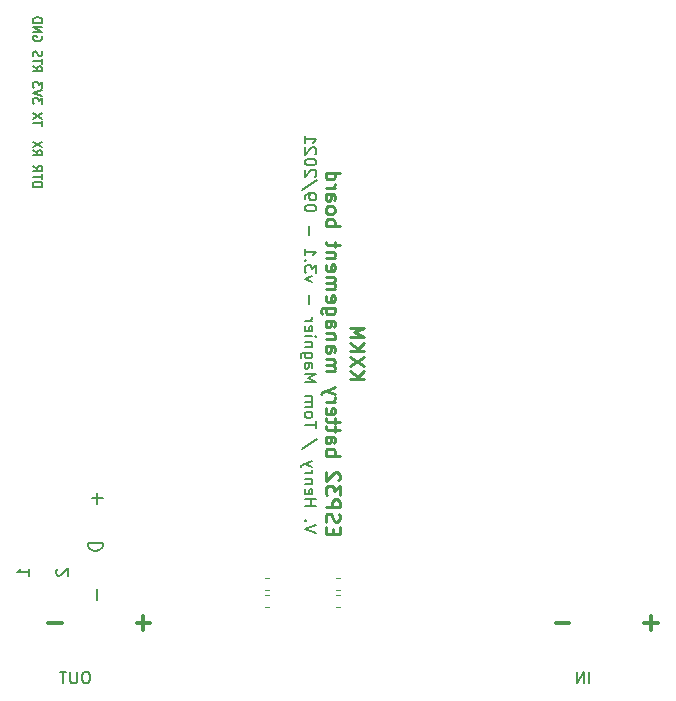
<source format=gbo>
G04 #@! TF.GenerationSoftware,KiCad,Pcbnew,5.1.10*
G04 #@! TF.CreationDate,2021-09-27T13:14:11+02:00*
G04 #@! TF.ProjectId,KXKM_ESP32_battery_management_board,4b584b4d-5f45-4535-9033-325f62617474,3.0*
G04 #@! TF.SameCoordinates,PX623a7c0PY839b680*
G04 #@! TF.FileFunction,Legend,Bot*
G04 #@! TF.FilePolarity,Positive*
%FSLAX46Y46*%
G04 Gerber Fmt 4.6, Leading zero omitted, Abs format (unit mm)*
G04 Created by KiCad (PCBNEW 5.1.10) date 2021-09-27 13:14:11*
%MOMM*%
%LPD*%
G01*
G04 APERTURE LIST*
%ADD10C,0.200000*%
%ADD11C,0.150000*%
%ADD12C,0.250000*%
%ADD13C,0.300000*%
%ADD14C,0.120000*%
G04 APERTURE END LIST*
D10*
X8585714Y16442858D02*
X8585714Y15528572D01*
X9042857Y15985715D02*
X8128571Y15985715D01*
X9042857Y12214286D02*
X7842857Y12214286D01*
X7842857Y11928572D01*
X7900000Y11757143D01*
X8014285Y11642858D01*
X8128571Y11585715D01*
X8357142Y11528572D01*
X8528571Y11528572D01*
X8757142Y11585715D01*
X8871428Y11642858D01*
X8985714Y11757143D01*
X9042857Y11928572D01*
X9042857Y12214286D01*
X8585714Y8271429D02*
X8585714Y7357143D01*
D11*
X50273809Y297620D02*
X50273809Y1297620D01*
X49797619Y297620D02*
X49797619Y1297620D01*
X49226190Y297620D01*
X49226190Y1297620D01*
X7750000Y1297620D02*
X7559523Y1297620D01*
X7464285Y1250000D01*
X7369047Y1154762D01*
X7321428Y964286D01*
X7321428Y630953D01*
X7369047Y440477D01*
X7464285Y345239D01*
X7559523Y297620D01*
X7750000Y297620D01*
X7845238Y345239D01*
X7940476Y440477D01*
X7988095Y630953D01*
X7988095Y964286D01*
X7940476Y1154762D01*
X7845238Y1250000D01*
X7750000Y1297620D01*
X6892857Y1297620D02*
X6892857Y488096D01*
X6845238Y392858D01*
X6797619Y345239D01*
X6702380Y297620D01*
X6511904Y297620D01*
X6416666Y345239D01*
X6369047Y392858D01*
X6321428Y488096D01*
X6321428Y1297620D01*
X5988095Y1297620D02*
X5416666Y1297620D01*
X5702380Y297620D02*
X5702380Y1297620D01*
X2802380Y9414286D02*
X2802380Y9985715D01*
X2802380Y9700000D02*
X1802380Y9700000D01*
X1945238Y9795239D01*
X2040476Y9890477D01*
X2088095Y9985715D01*
X5197619Y9985715D02*
X5150000Y9938096D01*
X5102380Y9842858D01*
X5102380Y9604762D01*
X5150000Y9509524D01*
X5197619Y9461905D01*
X5292857Y9414286D01*
X5388095Y9414286D01*
X5530952Y9461905D01*
X6102380Y10033334D01*
X6102380Y9414286D01*
D10*
X27147619Y13066667D02*
X26147619Y13400000D01*
X27147619Y13733334D01*
X26242857Y14066667D02*
X26195238Y14114286D01*
X26147619Y14066667D01*
X26195238Y14019048D01*
X26242857Y14066667D01*
X26147619Y14066667D01*
X26147619Y15304762D02*
X27147619Y15304762D01*
X26671428Y15304762D02*
X26671428Y15876191D01*
X26147619Y15876191D02*
X27147619Y15876191D01*
X26195238Y16733334D02*
X26147619Y16638096D01*
X26147619Y16447620D01*
X26195238Y16352381D01*
X26290476Y16304762D01*
X26671428Y16304762D01*
X26766666Y16352381D01*
X26814285Y16447620D01*
X26814285Y16638096D01*
X26766666Y16733334D01*
X26671428Y16780953D01*
X26576190Y16780953D01*
X26480952Y16304762D01*
X26814285Y17209524D02*
X26147619Y17209524D01*
X26719047Y17209524D02*
X26766666Y17257143D01*
X26814285Y17352381D01*
X26814285Y17495239D01*
X26766666Y17590477D01*
X26671428Y17638096D01*
X26147619Y17638096D01*
X26147619Y18114286D02*
X26814285Y18114286D01*
X26623809Y18114286D02*
X26719047Y18161905D01*
X26766666Y18209524D01*
X26814285Y18304762D01*
X26814285Y18400000D01*
X26814285Y18638096D02*
X26147619Y18876191D01*
X26814285Y19114286D02*
X26147619Y18876191D01*
X25909523Y18780953D01*
X25861904Y18733334D01*
X25814285Y18638096D01*
X27195238Y20971429D02*
X25909523Y20114286D01*
X27147619Y21923810D02*
X27147619Y22495239D01*
X26147619Y22209524D02*
X27147619Y22209524D01*
X26147619Y22971429D02*
X26195238Y22876191D01*
X26242857Y22828572D01*
X26338095Y22780953D01*
X26623809Y22780953D01*
X26719047Y22828572D01*
X26766666Y22876191D01*
X26814285Y22971429D01*
X26814285Y23114286D01*
X26766666Y23209524D01*
X26719047Y23257143D01*
X26623809Y23304762D01*
X26338095Y23304762D01*
X26242857Y23257143D01*
X26195238Y23209524D01*
X26147619Y23114286D01*
X26147619Y22971429D01*
X26147619Y23733334D02*
X26814285Y23733334D01*
X26719047Y23733334D02*
X26766666Y23780953D01*
X26814285Y23876191D01*
X26814285Y24019048D01*
X26766666Y24114286D01*
X26671428Y24161905D01*
X26147619Y24161905D01*
X26671428Y24161905D02*
X26766666Y24209524D01*
X26814285Y24304762D01*
X26814285Y24447620D01*
X26766666Y24542858D01*
X26671428Y24590477D01*
X26147619Y24590477D01*
X26147619Y25828572D02*
X27147619Y25828572D01*
X26433333Y26161905D01*
X27147619Y26495239D01*
X26147619Y26495239D01*
X26147619Y27400000D02*
X26671428Y27400000D01*
X26766666Y27352381D01*
X26814285Y27257143D01*
X26814285Y27066667D01*
X26766666Y26971429D01*
X26195238Y27400000D02*
X26147619Y27304762D01*
X26147619Y27066667D01*
X26195238Y26971429D01*
X26290476Y26923810D01*
X26385714Y26923810D01*
X26480952Y26971429D01*
X26528571Y27066667D01*
X26528571Y27304762D01*
X26576190Y27400000D01*
X26814285Y28304762D02*
X26004761Y28304762D01*
X25909523Y28257143D01*
X25861904Y28209524D01*
X25814285Y28114286D01*
X25814285Y27971429D01*
X25861904Y27876191D01*
X26195238Y28304762D02*
X26147619Y28209524D01*
X26147619Y28019048D01*
X26195238Y27923810D01*
X26242857Y27876191D01*
X26338095Y27828572D01*
X26623809Y27828572D01*
X26719047Y27876191D01*
X26766666Y27923810D01*
X26814285Y28019048D01*
X26814285Y28209524D01*
X26766666Y28304762D01*
X26814285Y28780953D02*
X26147619Y28780953D01*
X26719047Y28780953D02*
X26766666Y28828572D01*
X26814285Y28923810D01*
X26814285Y29066667D01*
X26766666Y29161905D01*
X26671428Y29209524D01*
X26147619Y29209524D01*
X26147619Y29685715D02*
X26814285Y29685715D01*
X27147619Y29685715D02*
X27100000Y29638096D01*
X27052380Y29685715D01*
X27100000Y29733334D01*
X27147619Y29685715D01*
X27052380Y29685715D01*
X26195238Y30542858D02*
X26147619Y30447620D01*
X26147619Y30257143D01*
X26195238Y30161905D01*
X26290476Y30114286D01*
X26671428Y30114286D01*
X26766666Y30161905D01*
X26814285Y30257143D01*
X26814285Y30447620D01*
X26766666Y30542858D01*
X26671428Y30590477D01*
X26576190Y30590477D01*
X26480952Y30114286D01*
X26147619Y31019048D02*
X26814285Y31019048D01*
X26623809Y31019048D02*
X26719047Y31066667D01*
X26766666Y31114286D01*
X26814285Y31209524D01*
X26814285Y31304762D01*
X26528571Y32400000D02*
X26528571Y33161905D01*
X26814285Y34304762D02*
X26147619Y34542858D01*
X26814285Y34780953D01*
X27147619Y35066667D02*
X27147619Y35685715D01*
X26766666Y35352381D01*
X26766666Y35495239D01*
X26719047Y35590477D01*
X26671428Y35638096D01*
X26576190Y35685715D01*
X26338095Y35685715D01*
X26242857Y35638096D01*
X26195238Y35590477D01*
X26147619Y35495239D01*
X26147619Y35209524D01*
X26195238Y35114286D01*
X26242857Y35066667D01*
X26242857Y36114286D02*
X26195238Y36161905D01*
X26147619Y36114286D01*
X26195238Y36066667D01*
X26242857Y36114286D01*
X26147619Y36114286D01*
X26147619Y37114286D02*
X26147619Y36542858D01*
X26147619Y36828572D02*
X27147619Y36828572D01*
X27004761Y36733334D01*
X26909523Y36638096D01*
X26861904Y36542858D01*
X26528571Y38304762D02*
X26528571Y39066667D01*
X27147619Y40495239D02*
X27147619Y40590477D01*
X27100000Y40685715D01*
X27052380Y40733334D01*
X26957142Y40780953D01*
X26766666Y40828572D01*
X26528571Y40828572D01*
X26338095Y40780953D01*
X26242857Y40733334D01*
X26195238Y40685715D01*
X26147619Y40590477D01*
X26147619Y40495239D01*
X26195238Y40400000D01*
X26242857Y40352381D01*
X26338095Y40304762D01*
X26528571Y40257143D01*
X26766666Y40257143D01*
X26957142Y40304762D01*
X27052380Y40352381D01*
X27100000Y40400000D01*
X27147619Y40495239D01*
X26147619Y41304762D02*
X26147619Y41495239D01*
X26195238Y41590477D01*
X26242857Y41638096D01*
X26385714Y41733334D01*
X26576190Y41780953D01*
X26957142Y41780953D01*
X27052380Y41733334D01*
X27100000Y41685715D01*
X27147619Y41590477D01*
X27147619Y41400000D01*
X27100000Y41304762D01*
X27052380Y41257143D01*
X26957142Y41209524D01*
X26719047Y41209524D01*
X26623809Y41257143D01*
X26576190Y41304762D01*
X26528571Y41400000D01*
X26528571Y41590477D01*
X26576190Y41685715D01*
X26623809Y41733334D01*
X26719047Y41780953D01*
X27195238Y42923810D02*
X25909523Y42066667D01*
X27052380Y43209524D02*
X27100000Y43257143D01*
X27147619Y43352381D01*
X27147619Y43590477D01*
X27100000Y43685715D01*
X27052380Y43733334D01*
X26957142Y43780953D01*
X26861904Y43780953D01*
X26719047Y43733334D01*
X26147619Y43161905D01*
X26147619Y43780953D01*
X27147619Y44400000D02*
X27147619Y44495239D01*
X27100000Y44590477D01*
X27052380Y44638096D01*
X26957142Y44685715D01*
X26766666Y44733334D01*
X26528571Y44733334D01*
X26338095Y44685715D01*
X26242857Y44638096D01*
X26195238Y44590477D01*
X26147619Y44495239D01*
X26147619Y44400000D01*
X26195238Y44304762D01*
X26242857Y44257143D01*
X26338095Y44209524D01*
X26528571Y44161905D01*
X26766666Y44161905D01*
X26957142Y44209524D01*
X27052380Y44257143D01*
X27100000Y44304762D01*
X27147619Y44400000D01*
X27052380Y45114286D02*
X27100000Y45161905D01*
X27147619Y45257143D01*
X27147619Y45495239D01*
X27100000Y45590477D01*
X27052380Y45638096D01*
X26957142Y45685715D01*
X26861904Y45685715D01*
X26719047Y45638096D01*
X26147619Y45066667D01*
X26147619Y45685715D01*
X26147619Y46638096D02*
X26147619Y46066667D01*
X26147619Y46352381D02*
X27147619Y46352381D01*
X27004761Y46257143D01*
X26909523Y46161905D01*
X26861904Y46066667D01*
D12*
X29982142Y26078572D02*
X31182142Y26078572D01*
X29982142Y26764286D02*
X30667857Y26250000D01*
X31182142Y26764286D02*
X30496428Y26078572D01*
X31182142Y27164286D02*
X29982142Y27964286D01*
X31182142Y27964286D02*
X29982142Y27164286D01*
X29982142Y28421429D02*
X31182142Y28421429D01*
X29982142Y29107143D02*
X30667857Y28592858D01*
X31182142Y29107143D02*
X30496428Y28421429D01*
X29982142Y29621429D02*
X31182142Y29621429D01*
X30325000Y30021429D01*
X31182142Y30421429D01*
X29982142Y30421429D01*
X28560714Y12964286D02*
X28560714Y13364286D01*
X27932142Y13535715D02*
X27932142Y12964286D01*
X29132142Y12964286D01*
X29132142Y13535715D01*
X27989285Y13992858D02*
X27932142Y14164286D01*
X27932142Y14450000D01*
X27989285Y14564286D01*
X28046428Y14621429D01*
X28160714Y14678572D01*
X28275000Y14678572D01*
X28389285Y14621429D01*
X28446428Y14564286D01*
X28503571Y14450000D01*
X28560714Y14221429D01*
X28617857Y14107143D01*
X28675000Y14050000D01*
X28789285Y13992858D01*
X28903571Y13992858D01*
X29017857Y14050000D01*
X29075000Y14107143D01*
X29132142Y14221429D01*
X29132142Y14507143D01*
X29075000Y14678572D01*
X27932142Y15192858D02*
X29132142Y15192858D01*
X29132142Y15650000D01*
X29075000Y15764286D01*
X29017857Y15821429D01*
X28903571Y15878572D01*
X28732142Y15878572D01*
X28617857Y15821429D01*
X28560714Y15764286D01*
X28503571Y15650000D01*
X28503571Y15192858D01*
X29132142Y16278572D02*
X29132142Y17021429D01*
X28675000Y16621429D01*
X28675000Y16792858D01*
X28617857Y16907143D01*
X28560714Y16964286D01*
X28446428Y17021429D01*
X28160714Y17021429D01*
X28046428Y16964286D01*
X27989285Y16907143D01*
X27932142Y16792858D01*
X27932142Y16450000D01*
X27989285Y16335715D01*
X28046428Y16278572D01*
X29017857Y17478572D02*
X29075000Y17535715D01*
X29132142Y17650000D01*
X29132142Y17935715D01*
X29075000Y18050000D01*
X29017857Y18107143D01*
X28903571Y18164286D01*
X28789285Y18164286D01*
X28617857Y18107143D01*
X27932142Y17421429D01*
X27932142Y18164286D01*
X27932142Y19592858D02*
X29132142Y19592858D01*
X28675000Y19592858D02*
X28732142Y19707143D01*
X28732142Y19935715D01*
X28675000Y20050000D01*
X28617857Y20107143D01*
X28503571Y20164286D01*
X28160714Y20164286D01*
X28046428Y20107143D01*
X27989285Y20050000D01*
X27932142Y19935715D01*
X27932142Y19707143D01*
X27989285Y19592858D01*
X27932142Y21192858D02*
X28560714Y21192858D01*
X28675000Y21135715D01*
X28732142Y21021429D01*
X28732142Y20792858D01*
X28675000Y20678572D01*
X27989285Y21192858D02*
X27932142Y21078572D01*
X27932142Y20792858D01*
X27989285Y20678572D01*
X28103571Y20621429D01*
X28217857Y20621429D01*
X28332142Y20678572D01*
X28389285Y20792858D01*
X28389285Y21078572D01*
X28446428Y21192858D01*
X28732142Y21592858D02*
X28732142Y22050000D01*
X29132142Y21764286D02*
X28103571Y21764286D01*
X27989285Y21821429D01*
X27932142Y21935715D01*
X27932142Y22050000D01*
X28732142Y22278572D02*
X28732142Y22735715D01*
X29132142Y22450000D02*
X28103571Y22450000D01*
X27989285Y22507143D01*
X27932142Y22621429D01*
X27932142Y22735715D01*
X27989285Y23592858D02*
X27932142Y23478572D01*
X27932142Y23250000D01*
X27989285Y23135715D01*
X28103571Y23078572D01*
X28560714Y23078572D01*
X28675000Y23135715D01*
X28732142Y23250000D01*
X28732142Y23478572D01*
X28675000Y23592858D01*
X28560714Y23650000D01*
X28446428Y23650000D01*
X28332142Y23078572D01*
X27932142Y24164286D02*
X28732142Y24164286D01*
X28503571Y24164286D02*
X28617857Y24221429D01*
X28675000Y24278572D01*
X28732142Y24392858D01*
X28732142Y24507143D01*
X28732142Y24792858D02*
X27932142Y25078572D01*
X28732142Y25364286D02*
X27932142Y25078572D01*
X27646428Y24964286D01*
X27589285Y24907143D01*
X27532142Y24792858D01*
X27932142Y26735715D02*
X28732142Y26735715D01*
X28617857Y26735715D02*
X28675000Y26792858D01*
X28732142Y26907143D01*
X28732142Y27078572D01*
X28675000Y27192858D01*
X28560714Y27250000D01*
X27932142Y27250000D01*
X28560714Y27250000D02*
X28675000Y27307143D01*
X28732142Y27421429D01*
X28732142Y27592858D01*
X28675000Y27707143D01*
X28560714Y27764286D01*
X27932142Y27764286D01*
X27932142Y28850000D02*
X28560714Y28850000D01*
X28675000Y28792858D01*
X28732142Y28678572D01*
X28732142Y28450000D01*
X28675000Y28335715D01*
X27989285Y28850000D02*
X27932142Y28735715D01*
X27932142Y28450000D01*
X27989285Y28335715D01*
X28103571Y28278572D01*
X28217857Y28278572D01*
X28332142Y28335715D01*
X28389285Y28450000D01*
X28389285Y28735715D01*
X28446428Y28850000D01*
X28732142Y29421429D02*
X27932142Y29421429D01*
X28617857Y29421429D02*
X28675000Y29478572D01*
X28732142Y29592858D01*
X28732142Y29764286D01*
X28675000Y29878572D01*
X28560714Y29935715D01*
X27932142Y29935715D01*
X27932142Y31021429D02*
X28560714Y31021429D01*
X28675000Y30964286D01*
X28732142Y30850000D01*
X28732142Y30621429D01*
X28675000Y30507143D01*
X27989285Y31021429D02*
X27932142Y30907143D01*
X27932142Y30621429D01*
X27989285Y30507143D01*
X28103571Y30450000D01*
X28217857Y30450000D01*
X28332142Y30507143D01*
X28389285Y30621429D01*
X28389285Y30907143D01*
X28446428Y31021429D01*
X28732142Y32107143D02*
X27760714Y32107143D01*
X27646428Y32050000D01*
X27589285Y31992858D01*
X27532142Y31878572D01*
X27532142Y31707143D01*
X27589285Y31592858D01*
X27989285Y32107143D02*
X27932142Y31992858D01*
X27932142Y31764286D01*
X27989285Y31650000D01*
X28046428Y31592858D01*
X28160714Y31535715D01*
X28503571Y31535715D01*
X28617857Y31592858D01*
X28675000Y31650000D01*
X28732142Y31764286D01*
X28732142Y31992858D01*
X28675000Y32107143D01*
X27989285Y33135715D02*
X27932142Y33021429D01*
X27932142Y32792858D01*
X27989285Y32678572D01*
X28103571Y32621429D01*
X28560714Y32621429D01*
X28675000Y32678572D01*
X28732142Y32792858D01*
X28732142Y33021429D01*
X28675000Y33135715D01*
X28560714Y33192858D01*
X28446428Y33192858D01*
X28332142Y32621429D01*
X27932142Y33707143D02*
X28732142Y33707143D01*
X28617857Y33707143D02*
X28675000Y33764286D01*
X28732142Y33878572D01*
X28732142Y34050000D01*
X28675000Y34164286D01*
X28560714Y34221429D01*
X27932142Y34221429D01*
X28560714Y34221429D02*
X28675000Y34278572D01*
X28732142Y34392858D01*
X28732142Y34564286D01*
X28675000Y34678572D01*
X28560714Y34735715D01*
X27932142Y34735715D01*
X27989285Y35764286D02*
X27932142Y35650000D01*
X27932142Y35421429D01*
X27989285Y35307143D01*
X28103571Y35250000D01*
X28560714Y35250000D01*
X28675000Y35307143D01*
X28732142Y35421429D01*
X28732142Y35650000D01*
X28675000Y35764286D01*
X28560714Y35821429D01*
X28446428Y35821429D01*
X28332142Y35250000D01*
X28732142Y36335715D02*
X27932142Y36335715D01*
X28617857Y36335715D02*
X28675000Y36392858D01*
X28732142Y36507143D01*
X28732142Y36678572D01*
X28675000Y36792858D01*
X28560714Y36850000D01*
X27932142Y36850000D01*
X28732142Y37250000D02*
X28732142Y37707143D01*
X29132142Y37421429D02*
X28103571Y37421429D01*
X27989285Y37478572D01*
X27932142Y37592858D01*
X27932142Y37707143D01*
X27932142Y39021429D02*
X29132142Y39021429D01*
X28675000Y39021429D02*
X28732142Y39135715D01*
X28732142Y39364286D01*
X28675000Y39478572D01*
X28617857Y39535715D01*
X28503571Y39592858D01*
X28160714Y39592858D01*
X28046428Y39535715D01*
X27989285Y39478572D01*
X27932142Y39364286D01*
X27932142Y39135715D01*
X27989285Y39021429D01*
X27932142Y40278572D02*
X27989285Y40164286D01*
X28046428Y40107143D01*
X28160714Y40050000D01*
X28503571Y40050000D01*
X28617857Y40107143D01*
X28675000Y40164286D01*
X28732142Y40278572D01*
X28732142Y40450000D01*
X28675000Y40564286D01*
X28617857Y40621429D01*
X28503571Y40678572D01*
X28160714Y40678572D01*
X28046428Y40621429D01*
X27989285Y40564286D01*
X27932142Y40450000D01*
X27932142Y40278572D01*
X27932142Y41707143D02*
X28560714Y41707143D01*
X28675000Y41650000D01*
X28732142Y41535715D01*
X28732142Y41307143D01*
X28675000Y41192858D01*
X27989285Y41707143D02*
X27932142Y41592858D01*
X27932142Y41307143D01*
X27989285Y41192858D01*
X28103571Y41135715D01*
X28217857Y41135715D01*
X28332142Y41192858D01*
X28389285Y41307143D01*
X28389285Y41592858D01*
X28446428Y41707143D01*
X27932142Y42278572D02*
X28732142Y42278572D01*
X28503571Y42278572D02*
X28617857Y42335715D01*
X28675000Y42392858D01*
X28732142Y42507143D01*
X28732142Y42621429D01*
X27932142Y43535715D02*
X29132142Y43535715D01*
X27989285Y43535715D02*
X27932142Y43421429D01*
X27932142Y43192858D01*
X27989285Y43078572D01*
X28046428Y43021429D01*
X28160714Y42964286D01*
X28503571Y42964286D01*
X28617857Y43021429D01*
X28675000Y43078572D01*
X28732142Y43192858D01*
X28732142Y43421429D01*
X28675000Y43535715D01*
D13*
X48571428Y5392858D02*
X47428571Y5392858D01*
X56071428Y5392858D02*
X54928571Y5392858D01*
X55500000Y4821429D02*
X55500000Y5964286D01*
X5571428Y5392858D02*
X4428571Y5392858D01*
X13071428Y5392858D02*
X11928571Y5392858D01*
X12500000Y4821429D02*
X12500000Y5964286D01*
D11*
X3138095Y42357143D02*
X3938095Y42357143D01*
X3938095Y42535715D01*
X3900000Y42642858D01*
X3823809Y42714286D01*
X3747619Y42750000D01*
X3595238Y42785715D01*
X3480952Y42785715D01*
X3328571Y42750000D01*
X3252380Y42714286D01*
X3176190Y42642858D01*
X3138095Y42535715D01*
X3138095Y42357143D01*
X3938095Y43000000D02*
X3938095Y43428572D01*
X3138095Y43214286D02*
X3938095Y43214286D01*
X3138095Y44107143D02*
X3519047Y43857143D01*
X3138095Y43678572D02*
X3938095Y43678572D01*
X3938095Y43964286D01*
X3900000Y44035715D01*
X3861904Y44071429D01*
X3785714Y44107143D01*
X3671428Y44107143D01*
X3595238Y44071429D01*
X3557142Y44035715D01*
X3519047Y43964286D01*
X3519047Y43678572D01*
X3138095Y45428572D02*
X3519047Y45178572D01*
X3138095Y45000000D02*
X3938095Y45000000D01*
X3938095Y45285715D01*
X3900000Y45357143D01*
X3861904Y45392858D01*
X3785714Y45428572D01*
X3671428Y45428572D01*
X3595238Y45392858D01*
X3557142Y45357143D01*
X3519047Y45285715D01*
X3519047Y45000000D01*
X3938095Y45678572D02*
X3138095Y46178572D01*
X3938095Y46178572D02*
X3138095Y45678572D01*
X3938095Y47500000D02*
X3938095Y47928572D01*
X3138095Y47714286D02*
X3938095Y47714286D01*
X3938095Y48107143D02*
X3138095Y48607143D01*
X3938095Y48607143D02*
X3138095Y48107143D01*
X3938095Y49392858D02*
X3938095Y49857143D01*
X3633333Y49607143D01*
X3633333Y49714286D01*
X3595238Y49785715D01*
X3557142Y49821429D01*
X3480952Y49857143D01*
X3290476Y49857143D01*
X3214285Y49821429D01*
X3176190Y49785715D01*
X3138095Y49714286D01*
X3138095Y49500000D01*
X3176190Y49428572D01*
X3214285Y49392858D01*
X3938095Y50071429D02*
X3138095Y50321429D01*
X3938095Y50571429D01*
X3938095Y50750000D02*
X3938095Y51214286D01*
X3633333Y50964286D01*
X3633333Y51071429D01*
X3595238Y51142858D01*
X3557142Y51178572D01*
X3480952Y51214286D01*
X3290476Y51214286D01*
X3214285Y51178572D01*
X3176190Y51142858D01*
X3138095Y51071429D01*
X3138095Y50857143D01*
X3176190Y50785715D01*
X3214285Y50750000D01*
X3138095Y52535715D02*
X3519047Y52285715D01*
X3138095Y52107143D02*
X3938095Y52107143D01*
X3938095Y52392858D01*
X3900000Y52464286D01*
X3861904Y52500000D01*
X3785714Y52535715D01*
X3671428Y52535715D01*
X3595238Y52500000D01*
X3557142Y52464286D01*
X3519047Y52392858D01*
X3519047Y52107143D01*
X3938095Y52750000D02*
X3938095Y53178572D01*
X3138095Y52964286D02*
X3938095Y52964286D01*
X3176190Y53392858D02*
X3138095Y53500000D01*
X3138095Y53678572D01*
X3176190Y53750000D01*
X3214285Y53785715D01*
X3290476Y53821429D01*
X3366666Y53821429D01*
X3442857Y53785715D01*
X3480952Y53750000D01*
X3519047Y53678572D01*
X3557142Y53535715D01*
X3595238Y53464286D01*
X3633333Y53428572D01*
X3709523Y53392858D01*
X3785714Y53392858D01*
X3861904Y53428572D01*
X3900000Y53464286D01*
X3938095Y53535715D01*
X3938095Y53714286D01*
X3900000Y53821429D01*
X3900000Y55107143D02*
X3938095Y55035715D01*
X3938095Y54928572D01*
X3900000Y54821429D01*
X3823809Y54750000D01*
X3747619Y54714286D01*
X3595238Y54678572D01*
X3480952Y54678572D01*
X3328571Y54714286D01*
X3252380Y54750000D01*
X3176190Y54821429D01*
X3138095Y54928572D01*
X3138095Y55000000D01*
X3176190Y55107143D01*
X3214285Y55142858D01*
X3480952Y55142858D01*
X3480952Y55000000D01*
X3138095Y55464286D02*
X3938095Y55464286D01*
X3138095Y55892858D01*
X3938095Y55892858D01*
X3138095Y56250000D02*
X3938095Y56250000D01*
X3938095Y56428572D01*
X3900000Y56535715D01*
X3823809Y56607143D01*
X3747619Y56642858D01*
X3595238Y56678572D01*
X3480952Y56678572D01*
X3328571Y56642858D01*
X3252380Y56607143D01*
X3176190Y56535715D01*
X3138095Y56428572D01*
X3138095Y56250000D01*
D14*
X23162779Y9260000D02*
X22837221Y9260000D01*
X23162779Y8240000D02*
X22837221Y8240000D01*
X22837221Y6740000D02*
X23162779Y6740000D01*
X22837221Y7760000D02*
X23162779Y7760000D01*
X28837221Y8240000D02*
X29162779Y8240000D01*
X28837221Y9260000D02*
X29162779Y9260000D01*
X29162779Y7760000D02*
X28837221Y7760000D01*
X29162779Y6740000D02*
X28837221Y6740000D01*
M02*

</source>
